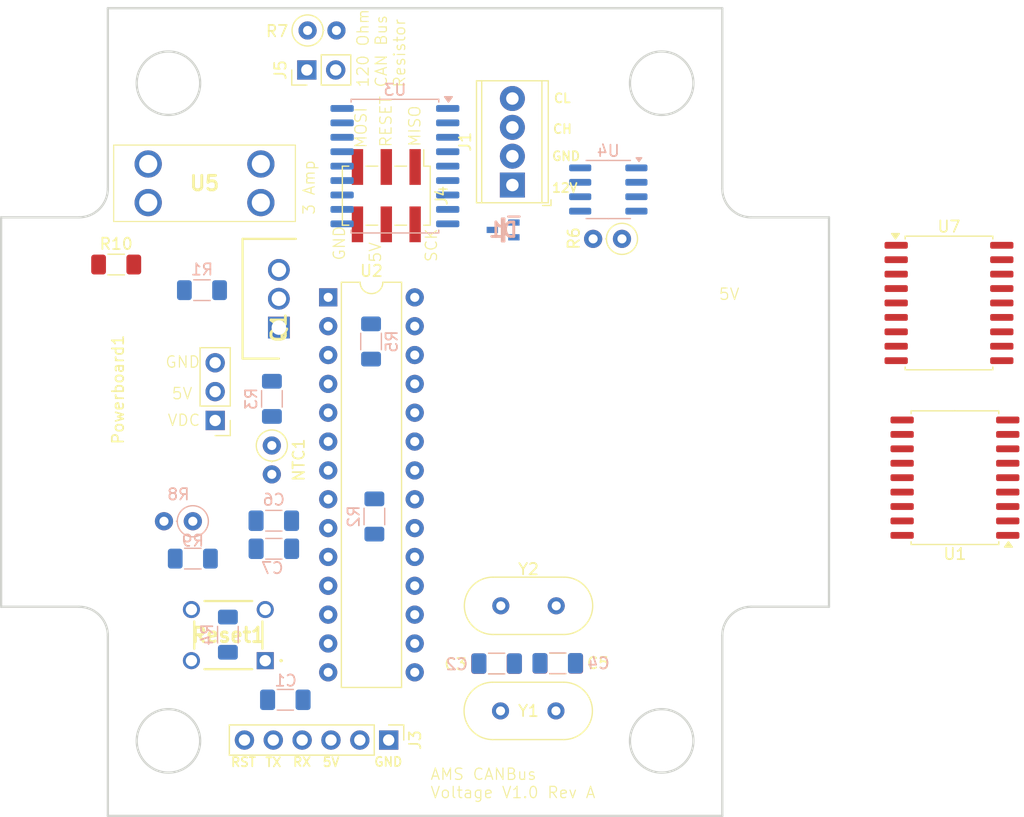
<source format=kicad_pcb>
(kicad_pcb (version 20240108) (generator "pcbnew") (generator_version "8.0")
  (layers (0 "F.Cu" signal) (31 "B.Cu" signal) (34 "B.Paste" user) (35 "F.Paste" user) (36 "B.SilkS" user "B.Silkscreen") (37 "F.SilkS" user "F.Silkscreen") (38 "B.Mask" user) (39 "F.Mask" user) (44 "Edge.Cuts" user))
  (net 0 "")
  (net 1 "GND")
  (net 2 "/BareMinAtmel328P/RESET")
  (net 3 "+5V")
  (net 4 "CANBUS_L")
  (net 5 "CANBUS_H")
  (net 6 "/BareMinAtmel328P/PB5-D13-SCK")
  (net 7 "/BareMinAtmel328P/PB3-D11-MOSI")
  (net 8 "/BareMinAtmel328P/PB4-D12-MISO")
  (net 9 "/BareMinAtmel328P/PD0-RX")
  (net 10 "/BareMinAtmel328P/PD1-TX")
  (net 11 "+VDC")
  (net 12 "/BareMinAtmel328P/PC2-A2")
  (net 13 "/BareMinAtmel328P/PD4-D4")
  (net 14 "/BareMinAtmel328P/PB0-D8")
  (net 15 "Net-(U1-~{RESET})")
  (net 16 "/BareMinAtmel328P/PD7-D7")
  (net 17 "/BareMinAtmel328P/PD6-D6")
  (net 18 "/BareMinAtmel328P/PC1-A1")
  (net 19 "/BareMinAtmel328P/PB2-D10-SS")
  (net 20 "SDA")
  (net 21 "/BareMinAtmel328P/PD3-D3")
  (net 22 "/BareMinAtmel328P/PD5-D5")
  (net 23 "/BareMinAtmel328P/PC3-A3")
  (net 24 "/BareMinAtmel328P/PC0-A0")
  (net 25 "Net-(Q1-Pad1)")
  (net 26 "Net-(Q1-Pad3)")
  (net 27 "/BareMinAtmel328P/AREF")
  (net 30 "/BareMinAtmel328P/PB1-D9")
  (net 31 "/BareMinAtmel328P/PD2-D2")
  (net 32 "/CANBUS-MCP2515/RXtoCANTC")
  (net 33 "/CANBUS-MCP2515/TXtoCANTC")
  (net 34 "Net-(J3-Pin_6)")
  (net 35 "Net-(U2-XTAL1{slash}PB6)")
  (net 36 "Net-(U2-XTAL2{slash}PB7)")
  (net 37 "Net-(U3-OSC2)")
  (net 38 "Net-(U3-OSC1)")
  (net 39 "SCL")
  (net 42 "Net-(J1-Pin_1)")
  (net 48 "Net-(J5-Pin_2)")
  (net 49 "Net-(U3-~{RESET})")
  (net 50 "Net-(U4-Rs)")
  (footprint "Resistor_SMD:R_1206_3216Metric_Pad1.30x1.75mm_HandSolder" (layer "F.Cu") (at 122.2604 78.8725)
    (property "Reference" "R10" (at 0 -1.82 0) (layer "F.SilkS"))
    (property "Value" "10k")
    (fp_line (start -0.727064 -0.91) (end 0.727064 -0.91) (stroke (width 0.12)) (layer "F.SilkS"))
    (fp_line (start -0.727064 0.91) (end 0.727064 0.91) (stroke (width 0.12)) (layer "F.SilkS"))
    (pad "1" smd roundrect (at -1.55 0) (size 1.3 1.75) (layers "F.Cu" "F.Paste" "F.Mask") (roundrect_rratio 0.192308) (net 3 "+5V"))
    (pad "2" smd roundrect (at 1.55 0) (size 1.3 1.75) (layers "F.Cu" "F.Paste" "F.Mask") (roundrect_rratio 0.192308) (net 39 "SCL"))
  )
  (footprint "Package_SO:SOIC-18W_7.5x11.6mm_P1.27mm" (layer "F.Cu") (at 195.594172 82.25656)
    (property "Reference" "U7" (at 0 -6.72 0) (layer "F.SilkS"))
    (property "Value" "MCP23008-xSO")
    (fp_line (start -3.86 -5.885) (end -3.86 -5.64) (stroke (width 0.12)) (layer "F.SilkS"))
    (fp_line (start -3.86 5.885) (end -3.86 5.64) (stroke (width 0.12)) (layer "F.SilkS"))
    (fp_line (start 0 -5.885) (end -3.86 -5.885) (stroke (width 0.12)) (layer "F.SilkS"))
    (fp_line (start 0 -5.885) (end 3.86 -5.885) (stroke (width 0.12)) (layer "F.SilkS"))
    (fp_line (start 0 5.885) (end -3.86 5.885) (stroke (width 0.12)) (layer "F.SilkS"))
    (fp_line (start 0 5.885) (end 3.86 5.885) (stroke (width 0.12)) (layer "F.SilkS"))
    (fp_line (start 3.86 -5.885) (end 3.86 -5.64) (stroke (width 0.12)) (layer "F.SilkS"))
    (fp_line (start 3.86 5.885) (end 3.86 5.64) (stroke (width 0.12)) (layer "F.SilkS"))
    (fp_poly (pts (xy -4.7125 -5.64) (xy -5.0525 -6.11) (xy -4.3725 -6.11) (xy -4.7125 -5.64)) (stroke (width 0.12)) (fill solid) (layer "F.SilkS"))
    (pad "1" smd roundrect (at -4.65 -5.08) (size 2.05 0.6) (layers "F.Cu" "F.Paste" "F.Mask") (net 39 "SCL"))
    (pad "2" smd roundrect (at -4.65 -3.81) (size 2.05 0.6) (layers "F.Cu" "F.Paste" "F.Mask") (net 20 "SDA"))
    (pad "3" smd roundrect (at -4.65 -2.54) (size 2.05 0.6) (layers "F.Cu" "F.Paste" "F.Mask") (net 1 "GND"))
    (pad "4" smd roundrect (at -4.65 -1.27) (size 2.05 0.6) (layers "F.Cu" "F.Paste" "F.Mask") (net 1 "GND"))
    (pad "5" smd roundrect (at -4.65 0) (size 2.05 0.6) (layers "F.Cu" "F.Paste" "F.Mask") (net 1 "GND"))
    (pad "6" smd roundrect (at -4.65 1.27) (size 2.05 0.6) (layers "F.Cu" "F.Paste" "F.Mask") (net 15 "Net-(U1-~{RESET})"))
    (pad "7" smd roundrect (at -4.65 2.54) (size 2.05 0.6) (layers "F.Cu" "F.Paste" "F.Mask"))
    (pad "8" smd roundrect (at -4.65 3.81) (size 2.05 0.6) (layers "F.Cu" "F.Paste" "F.Mask"))
    (pad "9" smd roundrect (at -4.65 5.08) (size 2.05 0.6) (layers "F.Cu" "F.Paste" "F.Mask") (net 1 "GND"))
    (pad "10" smd roundrect (at 4.65 5.08) (size 2.05 0.6) (layers "F.Cu" "F.Paste" "F.Mask"))
    (pad "11" smd roundrect (at 4.65 3.81) (size 2.05 0.6) (layers "F.Cu" "F.Paste" "F.Mask"))
    (pad "12" smd roundrect (at 4.65 2.54) (size 2.05 0.6) (layers "F.Cu" "F.Paste" "F.Mask"))
    (pad "13" smd roundrect (at 4.65 1.27) (size 2.05 0.6) (layers "F.Cu" "F.Paste" "F.Mask"))
    (pad "14" smd roundrect (at 4.65 0) (size 2.05 0.6) (layers "F.Cu" "F.Paste" "F.Mask"))
    (pad "15" smd roundrect (at 4.65 -1.27) (size 2.05 0.6) (layers "F.Cu" "F.Paste" "F.Mask"))
    (pad "16" smd roundrect (at 4.65 -2.54) (size 2.05 0.6) (layers "F.Cu" "F.Paste" "F.Mask"))
    (pad "17" smd roundrect (at 4.65 -3.81) (size 2.05 0.6) (layers "F.Cu" "F.Paste" "F.Mask"))
    (pad "18" smd roundrect (at 4.65 -5.08) (size 2.05 0.6) (layers "F.Cu" "F.Paste" "F.Mask") (net 3 "+5V"))
  )
  (footprint "Capacitor_SMD:C_1206_3216Metric_Pad1.33x1.80mm_HandSolder" (layer "F.Cu") (at 155.7495 114.0148)
    (property "Reference" "C3" (at -3.602457 0.054409 0) (layer "F.SilkS"))
    (property "Value" "22pf")
    (fp_line (start -0.711252 -0.91) (end 0.711252 -0.91) (stroke (width 0.12)) (layer "F.SilkS"))
    (fp_line (start -0.711252 0.91) (end 0.711252 0.91) (stroke (width 0.12)) (layer "F.SilkS"))
    (pad "1" smd roundrect (at -1.5625 0) (size 1.325 1.8) (layers "F.Cu" "F.Paste" "F.Mask") (roundrect_rratio 0.188679) (net 36 "Net-(U2-XTAL2{slash}PB7)"))
    (pad "2" smd roundrect (at 1.5625 0) (size 1.325 1.8) (layers "F.Cu" "F.Paste" "F.Mask") (roundrect_rratio 0.188679) (net 1 "GND"))
  )
  (footprint "Resistor_THT:R_Axial_DIN0207_L6.3mm_D2.5mm_P2.54mm_Vertical" (layer "F.Cu") (at 139.1161 58.2607)
    (property "Reference" "R7" (at -2.688362 0.059169 0) (layer "F.SilkS"))
    (property "Value" "120")
    (fp_line (start 1.37 0) (end 1.44 0) (stroke (width 0.12)) (layer "F.SilkS"))
    (fp_circle (center 0 0) (end 1.37 0) (stroke (width 0.12)) (fill none) (layer "F.SilkS"))
    (pad "1" thru_hole circle (at 0 0) (size 1.6 1.6) (drill 0.8) (layers "*.Cu" "*.Mask") (net 48 "Net-(J5-Pin_2)"))
    (pad "2" thru_hole oval (at 2.54 0) (size 1.6 1.6) (drill 0.8) (layers "*.Cu" "*.Mask") (net 4 "CANBUS_L"))
  )
  (footprint "TerminalBlock_Phoenix:TerminalBlock_Phoenix_MPT-0,5-4-2.54_1x04_P2.54mm_Horizontal" (layer "F.Cu") (at 157.148 71.8728 90)
    (property "Reference" "J1" (at 3.81 -4.16 -90) (layer "F.SilkS"))
    (property "Value" "Power_And_CAN")
    (fp_line (start 9.18 -3.16) (end 9.18 3.16) (stroke (width 0.12)) (layer "F.SilkS"))
    (fp_line (start -1.56 -3.16) (end 9.18 -3.16) (stroke (width 0.12)) (layer "F.SilkS"))
    (fp_line (start -1.56 -3.16) (end -1.56 3.16) (stroke (width 0.12)) (layer "F.SilkS"))
    (fp_line (start -1.56 -2.7) (end 9.18 -2.7) (stroke (width 0.12)) (layer "F.SilkS"))
    (fp_line (start -1.56 2.6) (end 9.18 2.6) (stroke (width 0.12)) (layer "F.SilkS"))
    (fp_line (start -1.8 2.66) (end -1.8 3.4) (stroke (width 0.12)) (layer "F.SilkS"))
    (fp_line (start -1.56 3.16) (end 9.18 3.16) (stroke (width 0.12)) (layer "F.SilkS"))
    (fp_line (start -1.8 3.4) (end -1.3 3.4) (stroke (width 0.12)) (layer "F.SilkS"))
    (pad "1" thru_hole rect (at 0 0 90) (size 2.2 2.2) (drill 1.1) (layers "*.Cu" "*.Mask") (net 42 "Net-(J1-Pin_1)"))
    (pad "2" thru_hole circle (at 2.54 0 90) (size 2.2 2.2) (drill 1.1) (layers "*.Cu" "*.Mask") (net 1 "GND"))
    (pad "3" thru_hole circle (at 5.08 0 90) (size 2.2 2.2) (drill 1.1) (layers "*.Cu" "*.Mask") (net 5 "CANBUS_H"))
    (pad "4" thru_hole circle (at 7.62 0 90) (size 2.2 2.2) (drill 1.1) (layers "*.Cu" "*.Mask") (net 4 "CANBUS_L"))
  )
  (footprint "Resistor_THT:R_Axial_DIN0207_L6.3mm_D2.5mm_P2.54mm_Vertical" (layer "F.Cu") (at 135.9656 94.8095 -90)
    (property "Reference" "NTC1" (at 1.27 -2.37 90) (layer "F.SilkS"))
    (property "Value" "10k")
    (fp_line (start 1.37 0) (end 1.44 0) (stroke (width 0.12)) (layer "F.SilkS"))
    (fp_circle (center 0 0) (end 1.37 0) (stroke (width 0.12)) (fill none) (layer "F.SilkS"))
    (pad "1" thru_hole circle (at 0 0 270) (size 1.6 1.6) (drill 0.8) (layers "*.Cu" "*.Mask") (net 24 "/BareMinAtmel328P/PC0-A0"))
    (pad "2" thru_hole oval (at 2.54 0 270) (size 1.6 1.6) (drill 0.8) (layers "*.Cu" "*.Mask") (net 3 "+5V"))
  )
  (footprint "Connector_PinHeader_2.54mm:PinHeader_1x06_P2.54mm_Vertical" (layer "F.Cu") (at 146.2546 120.7442 -90)
    (property "Reference" "J3" (at 0 -2.33 90) (layer "F.SilkS"))
    (property "Value" "TTL_Programmer")
    (fp_line (start -1.33 14.03) (end 1.33 14.03) (stroke (width 0.12)) (layer "F.SilkS"))
    (fp_line (start -1.33 1.27) (end -1.33 14.03) (stroke (width 0.12)) (layer "F.SilkS"))
    (fp_line (start -1.33 1.27) (end 1.33 1.27) (stroke (width 0.12)) (layer "F.SilkS"))
    (fp_line (start 1.33 1.27) (end 1.33 14.03) (stroke (width 0.12)) (layer "F.SilkS"))
    (fp_line (start -1.33 0) (end -1.33 -1.33) (stroke (width 0.12)) (layer "F.SilkS"))
    (fp_line (start -1.33 -1.33) (end 0 -1.33) (stroke (width 0.12)) (layer "F.SilkS"))
    (pad "1" thru_hole rect (at 0 0 270) (size 1.7 1.7) (drill 1) (layers "*.Cu" "*.Mask") (net 1 "GND"))
    (pad "2" thru_hole oval (at 0 2.54 270) (size 1.7 1.7) (drill 1) (layers "*.Cu" "*.Mask"))
    (pad "3" thru_hole oval (at 0 5.08 270) (size 1.7 1.7) (drill 1) (layers "*.Cu" "*.Mask") (net 3 "+5V"))
    (pad "4" thru_hole oval (at 0 7.62 270) (size 1.7 1.7) (drill 1) (layers "*.Cu" "*.Mask") (net 9 "/BareMinAtmel328P/PD0-RX"))
    (pad "5" thru_hole oval (at 0 10.16 270) (size 1.7 1.7) (drill 1) (layers "*.Cu" "*.Mask") (net 10 "/BareMinAtmel328P/PD1-TX"))
    (pad "6" thru_hole oval (at 0 12.7 270) (size 1.7 1.7) (drill 1) (layers "*.Cu" "*.Mask") (net 34 "Net-(J3-Pin_6)"))
  )
  (footprint "SamacSys_Parts:3568" (layer "F.Cu") (at 134.9995 70.018 180)
    (property "Reference" "U5" (at 4.96 -1.7 180) (layer "F.SilkS") (effects (font (size 1.27 1.27) (thickness 0.254))))
    (property "Value" "3568" (hide yes))
    (fp_line (start 12.96 1.665) (end -3.04 1.665) (stroke (width 0.1)) (layer "F.SilkS"))
    (fp_line (start 12.96 -5.065) (end 12.96 1.665) (stroke (width 0.1)) (layer "F.SilkS"))
    (fp_line (start -3.04 1.665) (end -3.04 -5.065) (stroke (width 0.1)) (layer "F.SilkS"))
    (fp_line (start -3.04 -5.065) (end 12.96 -5.065) (stroke (width 0.1)) (layer "F.SilkS"))
    (pad "1" thru_hole circle (at 0 0 180) (size 2.4 2.4) (drill 1.6) (layers "*.Cu" "*.Mask") (net 26 "Net-(Q1-Pad3)"))
    (pad "2" thru_hole circle (at 0 -3.4 180) (size 2.4 2.4) (drill 1.6) (layers "*.Cu" "*.Mask") (net 26 "Net-(Q1-Pad3)"))
    (pad "3" thru_hole circle (at 9.92 0 180) (size 2.4 2.4) (drill 1.6) (layers "*.Cu" "*.Mask") (net 11 "+VDC"))
    (pad "4" thru_hole circle (at 9.92 -3.4 180) (size 2.4 2.4) (drill 1.6) (layers "*.Cu" "*.Mask") (net 11 "+VDC"))
  )
  (footprint "Resistor_THT:R_Axial_DIN0207_L6.3mm_D2.5mm_P2.54mm_Vertical" (layer "F.Cu") (at 166.7991 76.611 180)
    (property "Reference" "R6" (at 4.245813 0.041861 -90) (layer "F.SilkS"))
    (property "Value" "17k")
    (fp_line (start 1.37 0) (end 1.44 0) (stroke (width 0.12)) (layer "F.SilkS"))
    (fp_circle (center 0 0) (end 1.37 0) (stroke (width 0.12)) (fill none) (layer "F.SilkS"))
    (pad "1" thru_hole circle (at 0 0 180) (size 1.6 1.6) (drill 0.8) (layers "*.Cu" "*.Mask") (net 50 "Net-(U4-Rs)"))
    (pad "2" thru_hole oval (at 2.54 0 180) (size 1.6 1.6) (drill 0.8) (layers "*.Cu" "*.Mask") (net 1 "GND"))
  )
  (footprint "Connector_PinHeader_2.54mm:PinHeader_1x03_P2.54mm_Vertical" (layer "F.Cu") (at 130.9763 92.6026 180)
    (property "Reference" "Powerboard1" (at 8.555547 2.719984 270) (layer "F.SilkS"))
    (property "Value" "Conn_01x03" (hide yes))
    (fp_line (start 1.33 1.27) (end 1.33 6.41) (stroke (width 0.12)) (layer "F.SilkS"))
    (fp_line (start -1.33 6.41) (end 1.33 6.41) (stroke (width 0.12)) (layer "F.SilkS"))
    (fp_line (start -1.33 1.27) (end 1.33 1.27) (stroke (width 0.12)) (layer "F.SilkS"))
    (fp_line (start -1.33 1.27) (end -1.33 6.41) (stroke (width 0.12)) (layer "F.SilkS"))
    (fp_line (start -1.33 0) (end -1.33 -1.33) (stroke (width 0.12)) (layer "F.SilkS"))
    (fp_line (start -1.33 -1.33) (end 0 -1.33) (stroke (width 0.12)) (layer "F.SilkS"))
    (pad "1" thru_hole rect (at 0 0 180) (size 1.7 1.7) (drill 1) (layers "*.Cu" "*.Mask") (net 11 "+VDC"))
    (pad "2" thru_hole oval (at 0 2.54 180) (size 1.7 1.7) (drill 1) (layers "*.Cu" "*.Mask") (net 3 "+5V"))
    (pad "3" thru_hole oval (at 0 5.08 180) (size 1.7 1.7) (drill 1) (layers "*.Cu" "*.Mask") (net 1 "GND"))
  )
  (footprint "Connector_PinHeader_2.54mm:PinHeader_2x03_P2.54mm_Vertical_SMD" (layer "F.Cu") (at 146.0451 72.807 -90)
    (property "Reference" "J4" (at 0 -4.87 -90) (layer "F.SilkS"))
    (property "Value" "ICSP")
    (fp_line (start -2.6 3.87) (end 2.6 3.87) (stroke (width 0.12)) (layer "F.SilkS"))
    (fp_line (start -2.6 3.3) (end -2.6 3.87) (stroke (width 0.12)) (layer "F.SilkS"))
    (fp_line (start 2.6 3.3) (end 2.6 3.87) (stroke (width 0.12)) (layer "F.SilkS"))
    (fp_line (start -2.6 0.76) (end -2.6 1.78) (stroke (width 0.12)) (layer "F.SilkS"))
    (fp_line (start 2.6 0.76) (end 2.6 1.78) (stroke (width 0.12)) (layer "F.SilkS"))
    (fp_line (start -2.6 -1.78) (end -2.6 -0.76) (stroke (width 0.12)) (layer "F.SilkS"))
    (fp_line (start 2.6 -1.78) (end 2.6 -0.76) (stroke (width 0.12)) (layer "F.SilkS"))
    (fp_line (start -4.04 -3.3) (end -2.6 -3.3) (stroke (width 0.12)) (layer "F.SilkS"))
    (fp_line (start -2.6 -3.87) (end -2.6 -3.3) (stroke (width 0.12)) (layer "F.SilkS"))
    (fp_line (start -2.6 -3.87) (end 2.6 -3.87) (stroke (width 0.12)) (layer "F.SilkS"))
    (fp_line (start 2.6 -3.87) (end 2.6 -3.3) (stroke (width 0.12)) (layer "F.SilkS"))
    (pad "1" smd rect (at -2.525 -2.54 270) (size 3.15 1) (layers "F.Cu" "F.Paste" "F.Mask") (net 8 "/BareMinAtmel328P/PB4-D12-MISO"))
    (pad "2" smd rect (at 2.525 -2.54 270) (size 3.15 1) (layers "F.Cu" "F.Paste" "F.Mask") (net 6 "/BareMinAtmel328P/PB5-D13-SCK"))
    (pad "3" smd rect (at -2.525 0 270) (size 3.15 1) (layers "F.Cu" "F.Paste" "F.Mask") (net 2 "/BareMinAtmel328P/RESET"))
    (pad "4" smd rect (at 2.525 0 270) (size 3.15 1) (layers "F.Cu" "F.Paste" "F.Mask") (net 3 "+5V"))
    (pad "5" smd rect (at -2.525 2.54 270) (size 3.15 1) (layers "F.Cu" "F.Paste" "F.Mask") (net 7 "/BareMinAtmel328P/PB3-D11-MOSI"))
    (pad "6" smd rect (at 2.525 2.54 270) (size 3.15 1) (layers "F.Cu" "F.Paste" "F.Mask") (net 1 "GND"))
  )
  (footprint "Package_DIP:DIP-28_W7.62mm" (layer "F.Cu") (at 140.9295 81.7618)
    (property "Reference" "U2" (at 3.81 -2.33 0) (layer "F.SilkS"))
    (property "Value" "ATmega328P-P")
    (fp_line (start 1.16 -1.33) (end 1.16 34.35) (stroke (width 0.12)) (layer "F.SilkS"))
    (fp_line (start 1.16 34.35) (end 6.46 34.35) (stroke (width 0.12)) (layer "F.SilkS"))
    (fp_line (start 2.81 -1.33) (end 1.16 -1.33) (stroke (width 0.12)) (layer "F.SilkS"))
    (fp_line (start 6.46 -1.33) (end 4.81 -1.33) (stroke (width 0.12)) (layer "F.SilkS"))
    (fp_line (start 6.46 34.35) (end 6.46 -1.33) (stroke (width 0.12)) (layer "F.SilkS"))
    (fp_arc (start 4.81 -1.33) (mid 3.81 -0.33) (end 2.81 -1.33) (stroke (width 0.12)) (layer "F.SilkS"))
    (pad "1" thru_hole rect (at 0 0) (size 1.6 1.6) (drill 0.8) (layers "*.Cu" "*.Mask") (net 2 "/BareMinAtmel328P/RESET"))
    (pad "2" thru_hole oval (at 0 2.54) (size 1.6 1.6) (drill 0.8) (layers "*.Cu" "*.Mask") (net 9 "/BareMinAtmel328P/PD0-RX"))
    (pad "3" thru_hole oval (at 0 5.08) (size 1.6 1.6) (drill 0.8) (layers "*.Cu" "*.Mask") (net 10 "/BareMinAtmel328P/PD1-TX"))
    (pad "4" thru_hole oval (at 0 7.62) (size 1.6 1.6) (drill 0.8) (layers "*.Cu" "*.Mask") (net 31 "/BareMinAtmel328P/PD2-D2"))
    (pad "5" thru_hole oval (at 0 10.16) (size 1.6 1.6) (drill 0.8) (layers "*.Cu" "*.Mask") (net 21 "/BareMinAtmel328P/PD3-D3"))
    (pad "6" thru_hole oval (at 0 12.7) (size 1.6 1.6) (drill 0.8) (layers "*.Cu" "*.Mask") (net 13 "/BareMinAtmel328P/PD4-D4"))
    (pad "7" thru_hole oval (at 0 15.24) (size 1.6 1.6) (drill 0.8) (layers "*.Cu" "*.Mask") (net 3 "+5V"))
    (pad "8" thru_hole oval (at 0 17.78) (size 1.6 1.6) (drill 0.8) (layers "*.Cu" "*.Mask") (net 1 "GND"))
    (pad "9" thru_hole oval (at 0 20.32) (size 1.6 1.6) (drill 0.8) (layers "*.Cu" "*.Mask") (net 35 "Net-(U2-XTAL1{slash}PB6)"))
    (pad "10" thru_hole oval (at 0 22.86) (size 1.6 1.6) (drill 0.8) (layers "*.Cu" "*.Mask") (net 36 "Net-(U2-XTAL2{slash}PB7)"))
    (pad "11" thru_hole oval (at 0 25.4) (size 1.6 1.6) (drill 0.8) (layers "*.Cu" "*.Mask") (net 22 "/BareMinAtmel328P/PD5-D5"))
    (pad "12" thru_hole oval (at 0 27.94) (size 1.6 1.6) (drill 0.8) (layers "*.Cu" "*.Mask") (net 17 "/BareMinAtmel328P/PD6-D6"))
    (pad "13" thru_hole oval (at 0 30.48) (size 1.6 1.6) (drill 0.8) (layers "*.Cu" "*.Mask") (net 16 "/BareMinAtmel328P/PD7-D7"))
    (pad "14" thru_hole oval (at 0 33.02) (size 1.6 1.6) (drill 0.8) (layers "*.Cu" "*.Mask") (net 14 "/BareMinAtmel328P/PB0-D8"))
    (pad "15" thru_hole oval (at 7.62 33.02) (size 1.6 1.6) (drill 0.8) (layers "*.Cu" "*.Mask") (net 30 "/BareMinAtmel328P/PB1-D9"))
    (pad "16" thru_hole oval (at 7.62 30.48) (size 1.6 1.6) (drill 0.8) (layers "*.Cu" "*.Mask") (net 19 "/BareMinAtmel328P/PB2-D10-SS"))
    (pad "17" thru_hole oval (at 7.62 27.94) (size 1.6 1.6) (drill 0.8) (layers "*.Cu" "*.Mask") (net 7 "/BareMinAtmel328P/PB3-D11-MOSI"))
    (pad "18" thru_hole oval (at 7.62 25.4) (size 1.6 1.6) (drill 0.8) (layers "*.Cu" "*.Mask") (net 8 "/BareMinAtmel328P/PB4-D12-MISO"))
    (pad "19" thru_hole oval (at 7.62 22.86) (size 1.6 1.6) (drill 0.8) (layers "*.Cu" "*.Mask") (net 6 "/BareMinAtmel328P/PB5-D13-SCK"))
    (pad "20" thru_hole oval (at 7.62 20.32) (size 1.6 1.6) (drill 0.8) (layers "*.Cu" "*.Mask") (net 3 "+5V"))
    (pad "21" thru_hole oval (at 7.62 17.78) (size 1.6 1.6) (drill 0.8) (layers "*.Cu" "*.Mask") (net 27 "/BareMinAtmel328P/AREF"))
    (pad "22" thru_hole oval (at 7.62 15.24) (size 1.6 1.6) (drill 0.8) (layers "*.Cu" "*.Mask") (net 1 "GND"))
    (pad "23" thru_hole oval (at 7.62 12.7) (size 1.6 1.6) (drill 0.8) (layers "*.Cu" "*.Mask") (net 24 "/BareMinAtmel328P/PC0-A0"))
    (pad "24" thru_hole oval (at 7.62 10.16) (size 1.6 1.6) (drill 0.8) (layers "*.Cu" "*.Mask") (net 18 "/BareMinAtmel328P/PC1-A1"))
    (pad "25" thru_hole oval (at 7.62 7.62) (size 1.6 1.6) (drill 0.8) (layers "*.Cu" "*.Mask") (net 12 "/BareMinAtmel328P/PC2-A2"))
    (pad "26" thru_hole oval (at 7.62 5.08) (size 1.6 1.6) (drill 0.8) (layers "*.Cu" "*.Mask") (net 23 "/BareMinAtmel328P/PC3-A3"))
    (pad "27" thru_hole oval (at 7.62 2.54) (size 1.6 1.6) (drill 0.8) (layers "*.Cu" "*.Mask") (net 20 "SDA"))
    (pad "28" thru_hole oval (at 7.62 0) (size 1.6 1.6) (drill 0.8) (layers "*.Cu" "*.Mask") (net 39 "SCL"))
  )
  (footprint "Connector_PinHeader_2.54mm:PinHeader_1x02_P2.54mm_Vertical" (layer "F.Cu") (at 139.0496 61.7385 90)
    (property "Reference" "J5" (at 0 -2.33 90) (layer "F.SilkS"))
    (property "Value" "Conn_01x02")
    (fp_line (start -1.33 -1.33) (end 0 -1.33) (stroke (width 0.12)) (layer "F.SilkS"))
    (fp_line (start -1.33 0) (end -1.33 -1.33) (stroke (width 0.12)) (layer "F.SilkS"))
    (fp_line (start 1.33 1.27) (end 1.33 3.87) (stroke (width 0.12)) (layer "F.SilkS"))
    (fp_line (start -1.33 1.27) (end 1.33 1.27) (stroke (width 0.12)) (layer "F.SilkS"))
    (fp_line (start -1.33 1.27) (end -1.33 3.87) (stroke (width 0.12)) (layer "F.SilkS"))
    (fp_line (start -1.33 3.87) (end 1.33 3.87) (stroke (width 0.12)) (layer "F.SilkS"))
    (pad "1" thru_hole rect (at 0 0 90) (size 1.7 1.7) (drill 1) (layers "*.Cu" "*.Mask") (net 5 "CANBUS_H"))
    (pad "2" thru_hole oval (at 0 2.54 90) (size 1.7 1.7) (drill 1) (layers "*.Cu" "*.Mask") (net 48 "Net-(J5-Pin_2)"))
  )
  (footprint "SamacSys_Parts:TO254P469X1042X1967-3P" (layer "F.Cu") (at 136.586 84.4236 90)
    (property "Reference" "Q1" (at 0 0 90) (layer "F.SilkS") (effects (font (size 1.27 1.27) (thickness 0.254))))
    (property "Value" "IRF9Z34NPBF" (hide yes))
    (fp_line (start 7.81 -3.195) (end -2.73 -3.195) (stroke (width 0.2)) (layer "F.SilkS"))
    (fp_line (start -2.73 -3.195) (end -2.73 0) (stroke (width 0.2)) (layer "F.SilkS"))
    (fp_line (start 7.81 1.495) (end 7.81 -3.195) (stroke (width 0.2)) (layer "F.SilkS"))
    (pad "1" thru_hole rect (at 0 0 90) (size 1.92 1.92) (drill 1.28) (layers "*.Cu" "*.Mask") (net 25 "Net-(Q1-Pad1)"))
    (pad "2" thru_hole circle (at 2.54 0 90) (size 1.92 1.92) (drill 1.28) (layers "*.Cu" "*.Mask") (net 42 "Net-(J1-Pin_1)"))
    (pad "3" thru_hole circle (at 5.08 0 90) (size 1.92 1.92) (drill 1.28) (layers "*.Cu" "*.Mask") (net 26 "Net-(Q1-Pad3)"))
  )
  (footprint "Crystal:Crystal_HC49-U_Vertical" (layer "F.Cu") (at 156.1297 108.9236)
    (property "Reference" "Y2" (at 2.438335 -3.225229 0) (layer "F.SilkS"))
    (property "Value" "16MHz")
    (fp_line (start -0.685 -2.525) (end 5.565 -2.525) (stroke (width 0.12)) (layer "F.SilkS"))
    (fp_line (start -0.685 2.525) (end 5.565 2.525) (stroke (width 0.12)) (layer "F.SilkS"))
    (fp_arc (start -0.685 2.525) (mid -3.21 0) (end -0.685 -2.525) (stroke (width 0.12)) (layer "F.SilkS"))
    (fp_arc (start 5.565 -2.525) (mid 8.09 0) (end 5.565 2.525) (stroke (width 0.12)) (layer "F.SilkS"))
    (pad "1" thru_hole circle (at 0 0) (size 1.5 1.5) (drill 0.8) (layers "*.Cu" "*.Mask") (net 38 "Net-(U3-OSC1)"))
    (pad "2" thru_hole circle (at 4.88 0) (size 1.5 1.5) (drill 0.8) (layers "*.Cu" "*.Mask") (net 37 "Net-(U3-OSC2)"))
  )
  (footprint "SamacSys_Parts:TS0266160BK260LCRD" (layer "F.Cu") (at 135.3853 113.7525 180)
    (property "Reference" "Reset1" (at 3.25 2.25 180) (layer "F.SilkS") (effects (font (size 1.27 1.27) (thickness 0.254))))
    (property "Value" "TS02-66-160-BK-260-LCR-D" (hide yes))
    (fp_line (start 6.25 3.45) (end 6.25 1.05) (stroke (width 0.2)) (layer "F.SilkS"))
    (fp_line (start 1.15 5.25) (end 5.35 5.25) (stroke (width 0.2)) (layer "F.SilkS"))
    (fp_line (start 1.15 -0.75) (end 5.35 -0.75) (stroke (width 0.2)) (layer "F.SilkS"))
    (fp_line (start 0.25 3.45) (end 0.25 1.05) (stroke (width 0.2)) (layer "F.SilkS"))
    (fp_line (start -1.35 0) (end -1.35 0) (stroke (width 0.2)) (layer "F.SilkS"))
    (fp_line (start -1.45 0) (end -1.35 0) (stroke (width 0.2)) (layer "F.SilkS"))
    (fp_line (start -1.45 0) (end -1.45 0) (stroke (width 0.2)) (layer "F.SilkS"))
    (fp_arc (start -1.35 0) (mid -1.4 0.05) (end -1.45 0) (stroke (width 0.2)) (layer "F.SilkS"))
    (fp_arc (start -1.45 0) (mid -1.4 -0.05) (end -1.35 0) (stroke (width 0.2)) (layer "F.SilkS"))
    (pad "1" thru_hole rect (at 0 0 180) (size 1.5 1.5) (drill 1) (layers "*.Cu" "*.Mask") (net 2 "/BareMinAtmel328P/RESET"))
    (pad "2" thru_hole circle (at 6.5 0 180) (size 1.5 1.5) (drill 1) (layers "*.Cu" "*.Mask"))
    (pad "3" thru_hole circle (at 0 4.5 180) (size 1.5 1.5) (drill 1) (layers "*.Cu" "*.Mask") (net 1 "GND"))
    (pad "4" thru_hole circle (at 6.5 4.5 180) (size 1.5 1.5) (drill 1) (layers "*.Cu" "*.Mask"))
  )
  (footprint "Capacitor_SMD:C_1206_3216Metric_Pad1.33x1.80mm_HandSolder" (layer "F.Cu") (at 161.1495 114.0025 180)
    (property "Reference" "C5" (at -3.542348 0.030857 180) (layer "F.SilkS"))
    (property "Value" "22pf")
    (fp_line (start -0.711252 0.91) (end 0.711252 0.91) (stroke (width 0.12)) (layer "F.SilkS"))
    (fp_line (start -0.711252 -0.91) (end 0.711252 -0.91) (stroke (width 0.12)) (layer "F.SilkS"))
    (pad "1" smd roundrect (at -1.5625 0 180) (size 1.325 1.8) (layers "F.Cu" "F.Paste" "F.Mask") (roundrect_rratio 0.188679) (net 38 "Net-(U3-OSC1)"))
    (pad "2" smd roundrect (at 1.5625 0 180) (size 1.325 1.8) (layers "F.Cu" "F.Paste" "F.Mask") (roundrect_rratio 0.188679) (net 1 "GND"))
  )
  (footprint "Crystal:Crystal_HC49-U_Vertical" (layer "F.Cu") (at 156.1048 118.178)
    (property "Reference" "Y1" (at 2.461251 0 0) (layer "F.SilkS"))
    (property "Value" "16MHz")
    (fp_line (start -0.685 -2.525) (end 5.565 -2.525) (stroke (width 0.12)) (layer "F.SilkS"))
    (fp_line (start -0.685 2.525) (end 5.565 2.525) (stroke (width 0.12)) (layer "F.SilkS"))
    (fp_arc (start -0.685 2.525) (mid -3.21 0) (end -0.685 -2.525) (stroke (width 0.12)) (layer "F.SilkS"))
    (fp_arc (start 5.565 -2.525) (mid 8.09 0) (end 5.565 2.525) (stroke (width 0.12)) (layer "F.SilkS"))
    (pad "1" thru_hole circle (at 0 0) (size 1.5 1.5) (drill 0.8) (layers "*.Cu" "*.Mask") (net 36 "Net-(U2-XTAL2{slash}PB7)"))
    (pad "2" thru_hole circle (at 4.88 0) (size 1.5 1.5) (drill 0.8) (layers "*.Cu" "*.Mask") (net 35 "Net-(U2-XTAL1{slash}PB6)"))
  )
  (footprint "Package_SO:SOIC-18W_7.5x11.6mm_P1.27mm" (layer "F.Cu") (at 196.118465 97.639581 180)
    (property "Reference" "U1" (at 0 -6.72 180) (layer "F.SilkS"))
    (property "Value" "MCP23008-xSO")
    (fp_line (start 3.86 5.885) (end 3.86 5.64) (stroke (width 0.12)) (layer "F.SilkS"))
    (fp_line (start 3.86 -5.885) (end 3.86 -5.64) (stroke (width 0.12)) (layer "F.SilkS"))
    (fp_line (start 0 5.885) (end 3.86 5.885) (stroke (width 0.12)) (layer "F.SilkS"))
    (fp_line (start 0 5.885) (end -3.86 5.885) (stroke (width 0.12)) (layer "F.SilkS"))
    (fp_line (start 0 -5.885) (end 3.86 -5.885) (stroke (width 0.12)) (layer "F.SilkS"))
    (fp_line (start 0 -5.885) (end -3.86 -5.885) (stroke (width 0.12)) (layer "F.SilkS"))
    (fp_line (start -3.86 5.885) (end -3.86 5.64) (stroke (width 0.12)) (layer "F.SilkS"))
    (fp_line (start -3.86 -5.885) (end -3.86 -5.64) (stroke (width 0.12)) (layer "F.SilkS"))
    (fp_poly (pts (xy -4.7125 -5.64) (xy -5.0525 -6.11) (xy -4.3725 -6.11) (xy -4.7125 -5.64)) (stroke (width 0.12)) (fill solid) (layer "F.SilkS"))
    (pad "1" smd roundrect (at -4.65 -5.08 180) (size 2.05 0.6) (layers "F.Cu" "F.Paste" "F.Mask") (net 39 "SCL"))
    (pad "2" smd roundrect (at -4.65 -3.81 180) (size 2.05 0.6) (layers "F.Cu" "F.Paste" "F.Mask") (net 20 "SDA"))
    (pad "3" smd roundrect (at -4.65 -2.54 180) (size 2.05 0.6) (layers "F.Cu" "F.Paste" "F.Mask") (net 1 "GND"))
    (pad "4" smd roundrect (at -4.65 -1.27 180) (size 2.05 0.6) (layers "F.Cu" "F.Paste" "F.Mask") (net 1 "GND"))
    (pad "5" smd roundrect (at -4.65 0 180) (size 2.05 0.6) (layers "F.Cu" "F.Paste" "F.Mask") (net 1 "GND"))
    (pad "6" smd roundrect (at -4.65 1.27 180) (size 2.05 0.6) (layers "F.Cu" "F.Paste" "F.Mask") (net 15 "Net-(U1-~{RESET})"))
    (pad "7" smd roundrect (at -4.65 2.54 180) (size 2.05 0.6) (layers "F.Cu" "F.Paste" "F.Mask"))
    (pad "8" smd roundrect (at -4.65 3.81 180) (size 2.05 0.6) (layers "F.Cu" "F.Paste" "F.Mask"))
    (pad "9" smd roundrect (at -4.65 5.08 180) (size 2.05 0.6) (layers "F.Cu" "F.Paste" "F.Mask") (net 1 "GND"))
    (pad "10" smd roundrect (at 4.65 5.08 180) (size 2.05 0.6) (layers "F.Cu" "F.Paste" "F.Mask"))
    (pad "11" smd roundrect (at 4.65 3.81 180) (size 2.05 0.6) (layers "F.Cu" "F.Paste" "F.Mask"))
    (pad "12" smd roundrect (at 4.65 2.54 180) (size 2.05 0.6) (layers "F.Cu" "F.Paste" "F.Mask"))
    (pad "13" smd roundrect (at 4.65 1.27 180) (size 2.05 0.6) (layers "F.Cu" "F.Paste" "F.Mask"))
    (pad "14" smd roundrect (at 4.65 0 180) (size 2.05 0.6) (layers "F.Cu" "F.Paste" "F.Mask"))
    (pad "15" smd roundrect (at 4.65 -1.27 180) (size 2.05 0.6) (layers "F.Cu" "F.Paste" "F.Mask"))
    (pad "16" smd roundrect (at 4.65 -2.54 180) (size 2.05 0.6) (layers "F.Cu" "F.Paste" "F.Mask"))
    (pad "17" smd roundrect (at 4.65 -3.81 180) (size 2.05 0.6) (layers "F.Cu" "F.Paste" "F.Mask"))
    (pad "18" smd roundrect (at 4.65 -5.08 180) (size 2.05 0.6) (layers "F.Cu" "F.Paste" "F.Mask") (net 3 "+5V"))
  )
  (footprint "Resistor_THT:R_Axial_DIN0207_L6.3mm_D2.5mm_P2.54mm_Vertical" (layer "B.Cu") (at 129.0092 101.4779 180)
    (property "Reference" "R8" (at 1.27 2.37 180) (layer "B.SilkS") (effects (justify mirror)))
    (property "Value" "10k")
    (fp_line (start 1.44 0) (end 1.37 0) (stroke (width 0.12)) (layer "B.SilkS"))
    (fp_circle (center 0 0) (end 1.37 0) (stroke (width 0.12)) (fill none) (layer "B.SilkS"))
    (pad "1" thru_hole circle (at 0 0 180) (size 1.6 1.6) (drill 0.8) (layers "*.Cu" "*.Mask") (net 3 "+5V"))
    (pad "2" thru_hole oval (at 2.54 0 180) (size 1.6 1.6) (drill 0.8) (layers "*.Cu" "*.Mask") (net 15 "Net-(U1-~{RESET})"))
  )
  (footprint "Capacitor_SMD:C_1206_3216Metric_Pad1.33x1.80mm_HandSolder" (layer "B.Cu") (at 155.762 114.0083)
    (property "Reference" "C2" (at -3.505654 0.060917 0) (layer "B.SilkS") (effects (justify mirror)))
    (property "Value" "22pf")
    (fp_line (start 0.711252 -0.91) (end -0.711252 -0.91) (stroke (width 0.12)) (layer "B.SilkS"))
    (fp_line (start 0.711252 0.91) (end -0.711252 0.91) (stroke (width 0.12)) (layer "B.SilkS"))
    (pad "1" smd roundrect (at -1.5625 0) (size 1.325 1.8) (layers "B.Cu" "B.Paste" "B.Mask") (roundrect_rratio 0.188679) (net 35 "Net-(U2-XTAL1{slash}PB6)"))
    (pad "2" smd roundrect (at 1.5625 0) (size 1.325 1.8) (layers "B.Cu" "B.Paste" "B.Mask") (roundrect_rratio 0.188679) (net 1 "GND"))
  )
  (footprint "Package_SO:SOIC-8_3.9x4.9mm_P1.27mm" (layer "B.Cu") (at 165.5938 72.266 180)
    (property "Reference" "U4" (at 0 3.4 180) (layer "B.SilkS") (effects (justify mirror)))
    (property "Value" "MCP2551-I-SN")
    (fp_line (start 1.95 2.56) (end 0 2.56) (stroke (width 0.12)) (layer "B.SilkS"))
    (fp_line (start 1.95 -2.56) (end 0 -2.56) (stroke (width 0.12)) (layer "B.SilkS"))
    (fp_line (start -1.95 2.56) (end 0 2.56) (stroke (width 0.12)) (layer "B.SilkS"))
    (fp_line (start -1.95 -2.56) (end 0 -2.56) (stroke (width 0.12)) (layer "B.SilkS"))
    (fp_poly (pts (xy -2.7 2.465) (xy -2.94 2.795) (xy -2.46 2.795) (xy -2.7 2.465)) (stroke (width 0.12)) (fill solid) (layer "B.SilkS"))
    (pad "1" smd roundrect (at -2.475 1.905 180) (size 1.95 0.6) (layers "B.Cu" "B.Paste" "B.Mask") (net 33 "/CANBUS-MCP2515/TXtoCANTC"))
    (pad "2" smd roundrect (at -2.475 0.635 180) (size 1.95 0.6) (layers "B.Cu" "B.Paste" "B.Mask") (net 1 "GND"))
    (pad "3" smd roundrect (at -2.475 -0.635 180) (size 1.95 0.6) (layers "B.Cu" "B.Paste" "B.Mask") (net 3 "+5V"))
    (pad "4" smd roundrect (at -2.475 -1.905 180) (size 1.95 0.6) (layers "B.Cu" "B.Paste" "B.Mask") (net 32 "/CANBUS-MCP2515/RXtoCANTC"))
    (pad "5" smd roundrect (at 2.475 -1.905 180) (size 1.95 0.6) (layers "B.Cu" "B.Paste" "B.Mask"))
    (pad "6" smd roundrect (at 2.475 -0.635 180) (size 1.95 0.6) (layers "B.Cu" "B.Paste" "B.Mask") (net 4 "CANBUS_L"))
    (pad "7" smd roundrect (at 2.475 0.635 180) (size 1.95 0.6) (layers "B.Cu" "B.Paste" "B.Mask") (net 5 "CANBUS_H"))
    (pad "8" smd roundrect (at 2.475 1.905 180) (size 1.95 0.6) (layers "B.Cu" "B.Paste" "B.Mask") (net 50 "Net-(U4-Rs)"))
  )
  (footprint "Resistor_SMD:R_1206_3216Metric_Pad1.30x1.75mm_HandSolder" (layer "B.Cu") (at 129.8143 81.1293 180)
    (property "Reference" "R1" (at 0 1.82 180) (layer "B.SilkS") (effects (justify mirror)))
    (property "Value" "10k")
    (fp_line (start 0.727064 0.91) (end -0.727064 0.91) (stroke (width 0.12)) (layer "B.SilkS"))
    (fp_line (start 0.727064 -0.91) (end -0.727064 -0.91) (stroke (width 0.12)) (layer "B.SilkS"))
    (pad "1" smd roundrect (at -1.55 0 180) (size 1.3 1.75) (layers "B.Cu" "B.Paste" "B.Mask") (roundrect_rratio 0.192308) (net 25 "Net-(Q1-Pad1)"))
    (pad "2" smd roundrect (at 1.55 0 180) (size 1.3 1.75) (layers "B.Cu" "B.Paste" "B.Mask") (roundrect_rratio 0.192308) (net 1 "GND"))
  )
  (footprint "Resistor_SMD:R_1206_3216Metric_Pad1.30x1.75mm_HandSolder" (layer "B.Cu") (at 132.0964 111.4623 -90)
    (property "Reference" "R4" (at 0 1.82 90) (layer "B.SilkS") (effects (justify mirror)))
    (property "Value" "10k")
    (fp_line (start 0.727064 0.91) (end -0.727064 0.91) (stroke (width 0.12)) (layer "B.SilkS"))
    (fp_line (start 0.727064 -0.91) (end -0.727064 -0.91) (stroke (width 0.12)) (layer "B.SilkS"))
    (pad "1" smd roundrect (at -1.55 0 270) (size 1.3 1.75) (layers "B.Cu" "B.Paste" "B.Mask") (roundrect_rratio 0.192308) (net 3 "+5V"))
    (pad "2" smd roundrect (at 1.55 0 270) (size 1.3 1.75) (layers "B.Cu" "B.Paste" "B.Mask") (roundrect_rratio 0.192308) (net 2 "/BareMinAtmel328P/RESET"))
  )
  (footprint "Capacitor_SMD:C_1206_3216Metric_Pad1.33x1.80mm_HandSolder" (layer "B.Cu") (at 161.1395 113.9834 180)
    (property "Reference" "C4" (at -3.594654 -0.003899 180) (layer "B.SilkS") (effects (justify mirror)))
    (property "Value" "22pf")
    (fp_line (start 0.711252 0.91) (end -0.711252 0.91) (stroke (width 0.12)) (layer "B.SilkS"))
    (fp_line (start 0.711252 -0.91) (end -0.711252 -0.91) (stroke (width 0.12)) (layer "B.SilkS"))
    (pad "1" smd roundrect (at -1.5625 0 180) (size 1.325 1.8) (layers "B.Cu" "B.Paste" "B.Mask") (roundrect_rratio 0.188679) (net 37 "Net-(U3-OSC2)"))
    (pad "2" smd roundrect (at 1.5625 0 180) (size 1.325 1.8) (layers "B.Cu" "B.Paste" "B.Mask") (roundrect_rratio 0.188679) (net 1 "GND"))
  )
  (footprint "Package_SO:SOIC-18W_7.5x11.6mm_P1.27mm" (layer "B.Cu") (at 146.8051 70.207 180)
    (property "Reference" "U3" (at 0 6.72 180) (layer "B.SilkS") (effects (justify mirror)))
    (property "Value" "MCP2515-xSO")
    (fp_line (start 3.86 5.885) (end 0 5.885) (stroke (width 0.12)) (layer "B.SilkS"))
    (fp_line (start 3.86 5.64) (end 3.86 5.885) (stroke (width 0.12)) (layer "B.SilkS"))
    (fp_line (start 3.86 -5.64) (end 3.86 -5.885) (stroke (width 0.12)) (layer "B.SilkS"))
    (fp_line (start 3.86 -5.885) (end 0 -5.885) (stroke (width 0.12)) (layer "B.SilkS"))
    (fp_line (start -3.86 5.885) (end 0 5.885) (stroke (width 0.12)) (layer "B.SilkS"))
    (fp_line (start -3.86 5.64) (end -3.86 5.885) (stroke (width 0.12)) (layer "B.SilkS"))
    (fp_line (start -3.86 -5.64) (end -3.86 -5.885) (stroke (width 0.12)) (layer "B.SilkS"))
    (fp_line (start -3.86 -5.885) (end 0 -5.885) (stroke (width 0.12)) (layer "B.SilkS"))
    (fp_poly (pts (xy -4.7125 5.64) (xy -5.0525 6.11) (xy -4.3725 6.11) (xy -4.7125 5.64)) (stroke (width 0.12)) (fill solid) (layer "B.SilkS"))
    (pad "1" smd roundrect (at -4.65 5.08 180) (size 2.05 0.6) (layers "B.Cu" "B.Paste" "B.Mask") (net 33 "/CANBUS-MCP2515/TXtoCANTC"))
    (pad "2" smd roundrect (at -4.65 3.81 180) (size 2.05 0.6) (layers "B.Cu" "B.Paste" "B.Mask") (net 32 "/CANBUS-MCP2515/RXtoCANTC"))
    (pad "3" smd roundrect (at -4.65 2.54 180) (size 2.05 0.6) (layers "B.Cu" "B.Paste" "B.Mask"))
    (pad "4" smd roundrect (at -4.65 1.27 180) (size 2.05 0.6) (layers "B.Cu" "B.Paste" "B.Mask"))
    (pad "5" smd roundrect (at -4.65 0 180) (size 2.05 0.6) (layers "B.Cu" "B.Paste" "B.Mask"))
    (pad "6" smd roundrect (at -4.65 -1.27 180) (size 2.05 0.6) (layers "B.Cu" "B.Paste" "B.Mask"))
    (pad "7" smd roundrect (at -4.65 -2.54 180) (size 2.05 0.6) (layers "B.Cu" "B.Paste" "B.Mask") (net 37 "Net-(U3-OSC2)"))
    (pad "8" smd roundrect (at -4.65 -3.81 180) (size 2.05 0.6) (layers "B.Cu" "B.Paste" "B.Mask") (net 38 "Net-(U3-OSC1)"))
    (pad "9" smd roundrect (at -4.65 -5.08 180) (size 2.05 0.6) (layers "B.Cu" "B.Paste" "B.Mask") (net 1 "GND"))
    (pad "10" smd roundrect (at 4.65 -5.08 180) (size 2.05 0.6) (layers "B.Cu" "B.Paste" "B.Mask"))
    (pad "11" smd roundrect (at 4.65 -3.81 180) (size 2.05 0.6) (layers "B.Cu" "B.Paste" "B.Mask"))
    (pad "12" smd roundrect (at 4.65 -2.54 180) (size 2.05 0.6) (layers "B.Cu" "B.Paste" "B.Mask") (net 31 "/BareMinAtmel328P/PD2-D2"))
    (pad "13" smd roundrect (at 4.65 -1.27 180) (size 2.05 0.6) (layers "B.Cu" "B.Paste" "B.Mask") (net 6 "/BareMinAtmel328P/PB5-D13-SCK"))
    (pad "14" smd roundrect (at 4.65 0 180) (size 2.05 0.6) (layers "B.Cu" "B.Paste" "B.Mask") (net 7 "/BareMinAtmel328P/PB3-D11-MOSI"))
    (pad "15" smd roundrect (at 4.65 1.27 180) (size 2.05 0.6) (layers "B.Cu" "B.Paste" "B.Mask") (net 8 "/BareMinAtmel328P/PB4-D12-MISO"))
    (pad "16" smd roundrect (at 4.65 2.54 180) (size 2.05 0.6) (layers "B.Cu" "B.Paste" "B.Mask") (net 30 "/BareMinAtmel328P/PB1-D9"))
    (pad "17" smd roundrect (at 4.65 3.81 180) (size 2.05 0.6) (layers "B.Cu" "B.Paste" "B.Mask") (net 49 "Net-(U3-~{RESET})"))
    (pad "18" smd roundrect (at 4.65 5.08 180) (size 2.05 0.6) (layers "B.Cu" "B.Paste" "B.Mask") (net 3 "+5V"))
  )
  (footprint "Resistor_SMD:R_1206_3216Metric_Pad1.30x1.75mm_HandSolder" (layer "B.Cu") (at 144.703 85.6468 90)
    (property "Reference" "R5" (at 0 1.82 -90) (layer "B.SilkS") (effects (justify mirror)))
    (property "Value" "10k")
    (fp_line (start 0.727064 -0.91) (end -0.727064 -0.91) (stroke (width 0.12)) (layer "B.SilkS"))
    (fp_line (start 0.727064 0.91) (end -0.727064 0.91) (stroke (width 0.12)) (layer "B.SilkS"))
    (pad "1" smd roundrect (at -1.55 0 90) (size 1.3 1.75) (layers "B.Cu" "B.Paste" "B.Mask") (roundrect_rratio 0.192308) (net 49 "Net-(U3-~{RESET})"))
    (pad "2" smd roundrect (at 1.55 0 90) (size 1.3 1.75) (layers "B.Cu" "B.Paste" "B.Mask") (roundrect_rratio 0.192308) (net 3 "+5V"))
  )
  (footprint "Resistor_SMD:R_1206_3216Metric_Pad1.30x1.75mm_HandSolder" (layer "B.Cu") (at 135.973 90.6987 -90)
    (property "Reference" "R3" (at 0 1.82 90) (layer "B.SilkS") (effects (justify mirror)))
    (property "Value" "10k")
    (fp_line (start 0.727064 0.91) (end -0.727064 0.91) (stroke (width 0.12)) (layer "B.SilkS"))
    (fp_line (start 0.727064 -0.91) (end -0.727064 -0.91) (stroke (width 0.12)) (layer "B.SilkS"))
    (pad "1" smd roundrect (at -1.55 0 270) (size 1.3 1.75) (layers "B.Cu" "B.Paste" "B.Mask") (roundrect_rratio 0.192308) (net 1 "GND"))
    (pad "2" smd roundrect (at 1.55 0 270) (size 1.3 1.75) (layers "B.Cu" "B.Paste" "B.Mask") (roundrect_rratio 0.192308) (net 24 "/BareMinAtmel328P/PC0-A0"))
  )
  (footprint "Capacitor_SMD:C_1206_3216Metric_Pad1.33x1.80mm_HandSolder" (layer "B.Cu") (at 137.1546 117.1997 180)
    (property "Reference" "C1" (at -0.032988 1.68824 180) (layer "B.SilkS") (effects (justify mirror)))
    (property "Value" "100nf")
    (fp_line (start 0.711252 0.91) (end -0.711252 0.91) (stroke (width 0.12)) (layer "B.SilkS"))
    (fp_line (start 0.711252 -0.91) (end -0.711252 -0.91) (stroke (width 0.12)) (layer "B.SilkS"))
    (pad "1" smd roundrect (at -1.5625 0 180) (size 1.325 1.8) (layers "B.Cu" "B.Paste" "B.Mask") (roundrect_rratio 0.188679) (net 34 "Net-(J3-Pin_6)"))
    (pad "2" smd roundrect (at 1.5625 0 180) (size 1.325 1.8) (layers "B.Cu" "B.Paste" "B.Mask") (roundrect_rratio 0.188679) (net 2 "/BareMinAtmel328P/RESET"))
  )
  (footprint "Resistor_SMD:R_1206_3216Metric_Pad1.30x1.75mm_HandSolder" (layer "B.Cu") (at 144.9956 101.059 -90)
    (property "Reference" "R2" (at 0 1.82 90) (layer "B.SilkS") (effects (justify mirror)))
    (property "Value" "4.7k")
    (fp_line (start 0.727064 0.91) (end -0.727064 0.91) (stroke (width 0.12)) (layer "B.SilkS"))
    (fp_line (start 0.727064 -0.91) (end -0.727064 -0.91) (stroke (width 0.12)) (layer "B.SilkS"))
    (pad "1" smd roundrect (at -1.55 0 270) (size 1.3 1.75) (layers "B.Cu" "B.Paste" "B.Mask") (roundrect_rratio 0.192308) (net 27 "/BareMinAtmel328P/AREF"))
    (pad "2" smd roundrect (at 1.55 0 270) (size 1.3 1.75) (layers "B.Cu" "B.Paste" "B.Mask") (roundrect_rratio 0.192308) (net 3 "+5V"))
  )
  (footprint "Resistor_SMD:R_1206_3216Metric_Pad1.30x1.75mm_HandSolder" (layer "B.Cu") (at 129.0092 104.7679 180)
    (property "Reference" "R9" (at -0.000396 1.576208 180) (layer "B.SilkS") (effects (justify mirror)))
    (property "Value" "10k")
    (fp_line (start 0.727064 0.91) (end -0.727064 0.91) (stroke (width 0.12)) (layer "B.SilkS"))
    (fp_line (start 0.727064 -0.91) (end -0.727064 -0.91) (stroke (width 0.12)) (layer "B.SilkS"))
    (pad "1" smd roundrect (at -1.55 0 180) (size 1.3 1.75) (layers "B.Cu" "B.Paste" "B.Mask") (roundrect_rratio 0.192308) (net 3 "+5V"))
    (pad "2" smd roundrect (at 1.55 0 180) (size 1.3 1.75) (layers "B.Cu" "B.Paste" "B.Mask") (roundrect_rratio 0.192308) (net 20 "SDA"))
  )
  (footprint "Capacitor_SMD:C_1206_3216Metric_Pad1.33x1.80mm_HandSolder" (layer "B.Cu") (at 136.143 103.9017 180)
    (property "Reference" "C7" (at 0.134128 -1.699267 180) (layer "B.SilkS") (effects (justify mirror)))
    (property "Value" "100nf")
    (fp_line (start 0.711252 0.91) (end -0.711252 0.91) (stroke (width 0.12)) (layer "B.SilkS"))
    (fp_line (start 0.711252 -0.91) (end -0.711252 -0.91) (stroke (width 0.12)) (layer "B.SilkS"))
    (pad "1" smd roundrect (at -1.5625 0 180) (size 1.325 1.8) (layers "B.Cu" "B.Paste" "B.Mask") (roundrect_rratio 0.188679) (net 3 "+5V"))
    (pad "2" smd roundrect (at 1.5625 0 180) (size 1.325 1.8) (layers "B.Cu" "B.Paste" "B.Mask") (roundrect_rratio 0.188679) (net 1 "GND"))
  )
  (footprint "SamacSys_Parts:SOT65P210X110-3N" (layer "B.Cu") (at 156.3314 75.8236 180)
    (property "Reference" "D1" (at 0 0 180) (layer "B.SilkS") (effects (font (size 1.27 1.27) (thickness 0.254)) (justify mirror)))
    (property "Value" "PESD5V0L2UU,115" (hide yes))
    (fp_line (start 0.1 1) (end -0.1 1) (stroke (width 0.2)) (layer "B.SilkS"))
    (fp_line (start 0.1 -1) (end 0.1 1) (stroke (width 0.2)) (layer "B.SilkS"))
    (fp_line (start -0.1 1) (end -0.1 -1) (stroke (width 0.2)) (layer "B.SilkS"))
    (fp_line (start -0.1 -1) (end 0.1 -1) (stroke (width 0.2)) (layer "B.SilkS"))
    (fp_line (start -0.45 1.175) (end -1.45 1.175) (stroke (width 0.2)) (layer "B.SilkS"))
    (pad "1" smd rect (at -0.95 0.65 90) (size 0.55 1) (layers "B.Cu" "B.Paste" "B.Mask") (net 5 "CANBUS_H"))
    (pad "2" smd rect (at -0.95 -0.65 90) (size 0.55 1) (layers "B.Cu" "B.Paste" "B.Mask") (net 4 "CANBUS_L"))
    (pad "3" smd rect (at 0.95 0 90) (size 0.55 1) (layers "B.Cu" "B.Paste" "B.Mask") (net 1 "GND"))
  )
  (footprint "Capacitor_SMD:C_1206_3216Metric_Pad1.33x1.80mm_HandSolder" (layer "B.Cu") (at 136.1393 101.4318 180)
    (property "Reference" "C6" (at 0 1.85 180) (layer "B.SilkS") (effects (justify mirror)))
    (property "Value" "100nf")
    (fp_line (start 0.711252 0.91) (end -0.711252 0.91) (stroke (width 0.12)) (layer "B.SilkS"))
    (fp_line (start 0.711252 -0.91) (end -0.711252 -0.91) (stroke (width 0.12)) (layer "B.SilkS"))
    (pad "1" smd roundrect (at -1.5625 0 180) (size 1.325 1.8) (layers "B.Cu" "B.Paste" "B.Mask") (roundrect_rratio 0.188679) (net 3 "+5V"))
    (pad "2" smd roundrect (at 1.5625 0 180) (size 1.325 1.8) (layers "B.Cu" "B.Paste" "B.Mask") (roundrect_rratio 0.188679) (net 1 "GND"))
  )
  (gr_curve (pts (xy 175.629317 111.545738) (xy 175.629317 110.142934) (xy 176.766514 109.005738) (xy 178.169317 109.005738)) (stroke (width 0.2)) (layer "Edge.Cuts"))
  (gr_line (start 121.5273 56.300729) (end 121.5273 72.175733) (stroke (width 0.2)) (layer "Edge.Cuts"))
  (gr_curve (pts (xy 118.9873 109.005738) (xy 120.390104 109.005738) (xy 121.5273 110.142934) (xy 121.5273 111.545738)) (stroke (width 0.2)) (layer "Edge.Cuts"))
  (gr_circle (center 170.295309 62.904725) (end 173.089309 62.904725) (stroke (width 0.2)) (fill none) (layer "Edge.Cuts"))
  (gr_line (start 175.629317 127.420721) (end 175.629317 111.545738) (stroke (width 0.2)) (layer "Edge.Cuts"))
  (gr_line (start 185.0273 74.715733) (end 178.169317 74.715733) (stroke (width 0.2)) (layer "Edge.Cuts"))
  (gr_curve (pts (xy 121.5273 72.175733) (xy 121.5273 73.578537) (xy 120.390104 74.715733) (xy 118.9873 74.715733)) (stroke (width 0.2)) (layer "Edge.Cuts"))
  (gr_line (start 121.5273 111.545738) (end 121.5273 127.420721) (stroke (width 0.2)) (layer "Edge.Cuts"))
  (gr_line (start 112.129317 74.715733) (end 112.129317 109.005738) (stroke (width 0.2)) (layer "Edge.Cuts"))
  (gr_line (start 121.5273 127.420721) (end 175.629317 127.420721) (stroke (width 0.2)) (layer "Edge.Cuts"))
  (gr_circle (center 170.295309 120.816725) (end 173.089309 120.816725) (stroke (width 0.2)) (fill none) (layer "Edge.Cuts"))
  (gr_line (start 175.629317 56.300729) (end 121.5273 56.300729) (stroke (width 0.2)) (layer "Edge.Cuts"))
  (gr_line (start 178.169317 109.005738) (end 185.0273 109.005738) (stroke (width 0.2)) (layer "Edge.Cuts"))
  (gr_circle (center 126.861309 62.904725) (end 129.655309 62.904725) (stroke (width 0.2)) (fill none) (layer "Edge.Cuts"))
  (gr_line (start 185.0273 109.005738) (end 185.0273 74.715733) (stroke (width 0.2)) (layer "Edge.Cuts"))
  (gr_line (start 112.129317 109.005738) (end 118.9873 109.005738) (stroke (width 0.2)) (layer "Edge.Cuts"))
  (gr_line (start 118.9873 74.715733) (end 112.129317 74.715733) (stroke (width 0.2)) (layer "Edge.Cuts"))
  (gr_circle (center 126.861309 120.816725) (end 129.655309 120.816725) (stroke (width 0.2)) (fill none) (layer "Edge.Cuts"))
  (gr_curve (pts (xy 178.169317 74.715733) (xy 176.766514 74.715733) (xy 175.629317 73.578537) (xy 175.629317 72.175733)) (stroke (width 0.2)) (layer "Edge.Cuts"))
  (gr_line (start 175.629317 72.175733) (end 175.629317 56.300729) (stroke (width 0.2)) (layer "Edge.Cuts"))
  (gr_text "GND" (at 142.490484 78.577179 90) (layer "F.SilkS") (effects (font (size 1 1) (thickness 0.1)) (justify left bottom)))
  (gr_text "120 Ohm \nCAN Bus \nResistor" (at 147.795716 63.344447 90) (layer "F.SilkS") (effects (font (size 1 1) (thickness 0.1)) (justify left bottom)))
  (gr_text "CH" (at 160.638887 67.408059 0) (layer "F.SilkS") (effects (font (size 0.8 0.8) (thickness 0.15) (bold yes)) (justify left bottom)))
  (gr_text "CL" (at 160.718628 64.696854 0) (layer "F.SilkS") (effects (font (size 0.8 0.8) (thickness 0.15) (bold yes)) (justify left bottom)))
  (gr_text "SCK" (at 150.595068 78.714346 90) (layer "F.SilkS") (effects (font (size 1 1) (thickness 0.1)) (justify left bottom)))
  (gr_text "GND" (at 144.902849 123.130049 0) (layer "F.SilkS") (effects (font (size 0.8 0.8) (thickness 0.15) (bold yes)) (justify left bottom)))
  (gr_text "RST" (at 132.279025 123.156799 0) (layer "F.SilkS") (effects (font (size 0.8 0.8) (thickness 0.15) (bold yes)) (justify left bottom)))
  (gr_text "5V" (at 140.358383 123.156799 0) (layer "F.SilkS") (effects (font (size 0.8 0.8) (thickness 0.15) (bold yes)) (justify left bottom)))
  (gr_text "5V" (at 175.267294 82.066396 0) (layer "F.SilkS") (effects (font (size 1 1) (thickness 0.1)) (justify left bottom)))
  (gr_text "MOSI" (at 144.39639 68.697574 90) (layer "F.SilkS") (effects (font (size 1 1) (thickness 0.1)) (justify left bottom)))
  (gr_text "GND" (at 160.559146 69.800299 0) (layer "F.SilkS") (effects (font (size 0.8 0.8) (thickness 0.15) (bold yes)) (justify left bottom)))
  (gr_text "RX" (at 137.744473 123.144293 0) (layer "F.SilkS") (effects (font (size 0.8 0.8) (thickness 0.15) (bold yes)) (justify left bottom)))
  (gr_text "GND" (at 126.527843 88.038616 0) (layer "F.SilkS") (effects (font (size 1 1) (thickness 0.1)) (justify left bottom)))
  (gr_text "TX" (at 135.318165 123.169306 0) (layer "F.SilkS") (effects (font (size 0.8 0.8) (thickness 0.15) (bold yes)) (justify left bottom)))
  (gr_text "12V" (at 160.559146 72.591246 0) (layer "F.SilkS") (effects (font (size 0.8 0.8) (thickness 0.15) (bold yes)) (justify left bottom)))
  (gr_text "AMS CANBus\nVoltage V1.0 Rev A" (at 149.872383 125.946237 0) (layer "F.SilkS") (effects (font (size 1 1) (thickness 0.1)) (justify left bottom)))
  (gr_text "5V" (at 127.091727 90.818777 0) (layer "F.SilkS") (effects (font (size 1 1) (thickness 0.1)) (justify left bottom)))
  (gr_text "3 Amp" (at 139.829903 74.55505 90) (layer "F.SilkS") (effects (font (size 1 1) (thickness 0.1)) (justify left bottom)))
  (gr_text "VDC" (at 126.729007 93.168288 0) (layer "F.SilkS") (effects (font (size 1 1) (thickness 0.1)) (justify left bottom)))
  (gr_text "MISO" (at 149.134678 68.555049 90) (layer "F.SilkS") (effects (font (size 1 1) (thickness 0.1)) (justify left bottom)))
  (gr_text "RESET" (at 146.592921 68.609515 90) (layer "F.SilkS") (effects (font (size 1 1) (thickness 0.1)) (justify left bottom)))
  (gr_text "5V" (at 145.665874 78.768812 90) (layer "F.SilkS") (effects (font (size 1 1) (thickness 0.1)) (justify left bottom)))
)
</source>
